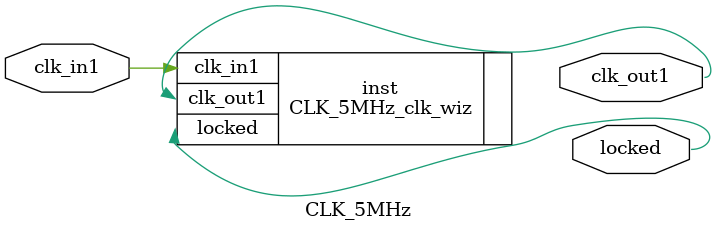
<source format=v>


`timescale 1ps/1ps

(* CORE_GENERATION_INFO = "CLK_5MHz,clk_wiz_v6_0_2_0_0,{component_name=CLK_5MHz,use_phase_alignment=true,use_min_o_jitter=false,use_max_i_jitter=false,use_dyn_phase_shift=false,use_inclk_switchover=false,use_dyn_reconfig=false,enable_axi=0,feedback_source=FDBK_AUTO,PRIMITIVE=MMCM,num_out_clk=1,clkin1_period=10.000,clkin2_period=10.000,use_power_down=false,use_reset=false,use_locked=true,use_inclk_stopped=false,feedback_type=SINGLE,CLOCK_MGR_TYPE=NA,manual_override=false}" *)

module CLK_5MHz 
 (
  // Clock out ports
  output        clk_out1,
  // Status and control signals
  output        locked,
 // Clock in ports
  input         clk_in1
 );

  CLK_5MHz_clk_wiz inst
  (
  // Clock out ports  
  .clk_out1(clk_out1),
  // Status and control signals               
  .locked(locked),
 // Clock in ports
  .clk_in1(clk_in1)
  );

endmodule

</source>
